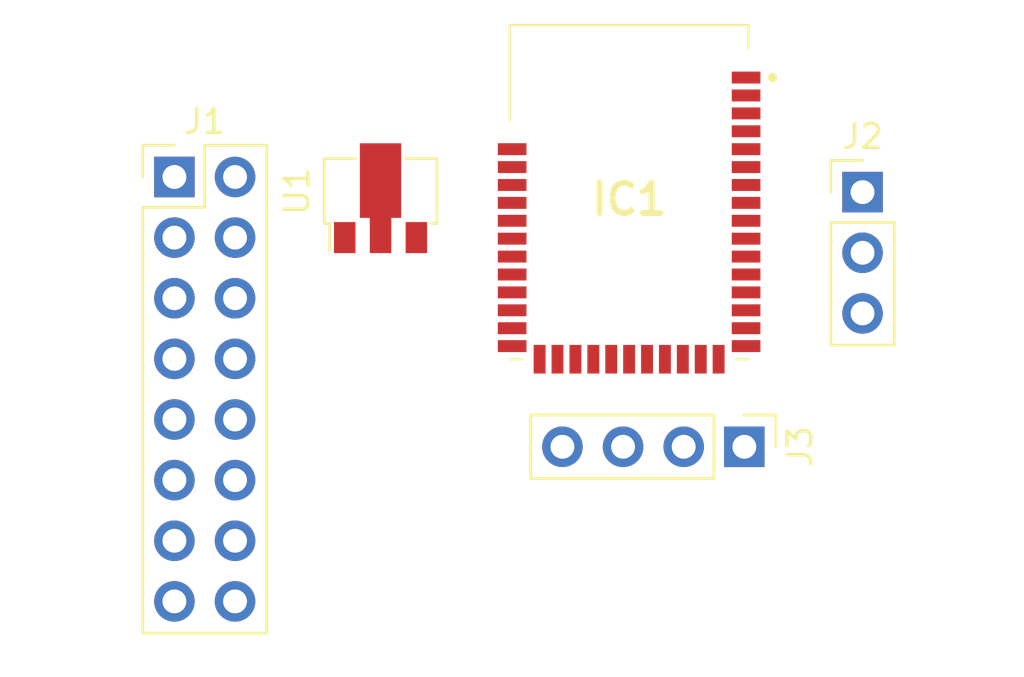
<source format=kicad_pcb>
(kicad_pcb (version 20171130) (host pcbnew "(5.1.10)-1")

  (general
    (thickness 1.6)
    (drawings 0)
    (tracks 0)
    (zones 0)
    (modules 5)
    (nets 42)
  )

  (page A4)
  (layers
    (0 F.Cu signal)
    (31 B.Cu signal)
    (32 B.Adhes user)
    (33 F.Adhes user)
    (34 B.Paste user)
    (35 F.Paste user)
    (36 B.SilkS user)
    (37 F.SilkS user)
    (38 B.Mask user)
    (39 F.Mask user)
    (40 Dwgs.User user)
    (41 Cmts.User user)
    (42 Eco1.User user)
    (43 Eco2.User user)
    (44 Edge.Cuts user)
    (45 Margin user)
    (46 B.CrtYd user)
    (47 F.CrtYd user)
    (48 B.Fab user)
    (49 F.Fab user)
  )

  (setup
    (last_trace_width 0.25)
    (trace_clearance 0.2)
    (zone_clearance 0.508)
    (zone_45_only no)
    (trace_min 0.2)
    (via_size 0.8)
    (via_drill 0.4)
    (via_min_size 0.4)
    (via_min_drill 0.3)
    (uvia_size 0.3)
    (uvia_drill 0.1)
    (uvias_allowed no)
    (uvia_min_size 0.2)
    (uvia_min_drill 0.1)
    (edge_width 0.05)
    (segment_width 0.2)
    (pcb_text_width 0.3)
    (pcb_text_size 1.5 1.5)
    (mod_edge_width 0.12)
    (mod_text_size 1 1)
    (mod_text_width 0.15)
    (pad_size 1.524 1.524)
    (pad_drill 0.762)
    (pad_to_mask_clearance 0)
    (aux_axis_origin 0 0)
    (visible_elements FFFFFF7F)
    (pcbplotparams
      (layerselection 0x010fc_ffffffff)
      (usegerberextensions false)
      (usegerberattributes true)
      (usegerberadvancedattributes true)
      (creategerberjobfile true)
      (excludeedgelayer true)
      (linewidth 0.100000)
      (plotframeref false)
      (viasonmask false)
      (mode 1)
      (useauxorigin false)
      (hpglpennumber 1)
      (hpglpenspeed 20)
      (hpglpendiameter 15.000000)
      (psnegative false)
      (psa4output false)
      (plotreference true)
      (plotvalue true)
      (plotinvisibletext false)
      (padsonsilk false)
      (subtractmaskfromsilk false)
      (outputformat 1)
      (mirror false)
      (drillshape 1)
      (scaleselection 1)
      (outputdirectory ""))
  )

  (net 0 "")
  (net 1 "Net-(IC1-Pad35)")
  (net 2 "Net-(IC1-Pad34)")
  (net 3 "Net-(IC1-Pad33)")
  (net 4 "Net-(IC1-Pad32)")
  (net 5 "Net-(IC1-Pad31)")
  (net 6 "Net-(IC1-Pad30)")
  (net 7 "Net-(IC1-Pad29)")
  (net 8 "Net-(IC1-Pad28)")
  (net 9 "Net-(IC1-Pad25)")
  (net 10 "Net-(IC1-Pad24)")
  (net 11 "Net-(IC1-Pad23)")
  (net 12 "Net-(IC1-Pad22)")
  (net 13 "Net-(IC1-Pad21)")
  (net 14 "Net-(IC1-Pad20)")
  (net 15 "Net-(IC1-Pad19)")
  (net 16 "Net-(IC1-Pad18)")
  (net 17 "Net-(IC1-Pad17)")
  (net 18 "Net-(IC1-Pad15)")
  (net 19 "Net-(IC1-Pad14)")
  (net 20 "Net-(IC1-Pad13)")
  (net 21 "Net-(IC1-Pad12)")
  (net 22 "Net-(IC1-Pad11)")
  (net 23 "Net-(IC1-Pad10)")
  (net 24 "Net-(IC1-Pad9)")
  (net 25 "Net-(IC1-Pad8)")
  (net 26 "Net-(IC1-Pad7)")
  (net 27 "Net-(IC1-Pad6)")
  (net 28 "Net-(IC1-Pad5)")
  (net 29 "Net-(IC1-Pad4)")
  (net 30 GND)
  (net 31 SCLK)
  (net 32 SDA)
  (net 33 SCL)
  (net 34 "Net-(C1-Pad1)")
  (net 35 MOSI)
  (net 36 MISO)
  (net 37 +5V)
  (net 38 +12V)
  (net 39 AUX_2)
  (net 40 CS)
  (net 41 AUX_1)

  (net_class Default "This is the default net class."
    (clearance 0.2)
    (trace_width 0.25)
    (via_dia 0.8)
    (via_drill 0.4)
    (uvia_dia 0.3)
    (uvia_drill 0.1)
    (add_net +12V)
    (add_net +5V)
    (add_net AUX_1)
    (add_net AUX_2)
    (add_net CS)
    (add_net GND)
    (add_net MISO)
    (add_net MOSI)
    (add_net "Net-(C1-Pad1)")
    (add_net "Net-(IC1-Pad10)")
    (add_net "Net-(IC1-Pad11)")
    (add_net "Net-(IC1-Pad12)")
    (add_net "Net-(IC1-Pad13)")
    (add_net "Net-(IC1-Pad14)")
    (add_net "Net-(IC1-Pad15)")
    (add_net "Net-(IC1-Pad17)")
    (add_net "Net-(IC1-Pad18)")
    (add_net "Net-(IC1-Pad19)")
    (add_net "Net-(IC1-Pad20)")
    (add_net "Net-(IC1-Pad21)")
    (add_net "Net-(IC1-Pad22)")
    (add_net "Net-(IC1-Pad23)")
    (add_net "Net-(IC1-Pad24)")
    (add_net "Net-(IC1-Pad25)")
    (add_net "Net-(IC1-Pad28)")
    (add_net "Net-(IC1-Pad29)")
    (add_net "Net-(IC1-Pad30)")
    (add_net "Net-(IC1-Pad31)")
    (add_net "Net-(IC1-Pad32)")
    (add_net "Net-(IC1-Pad33)")
    (add_net "Net-(IC1-Pad34)")
    (add_net "Net-(IC1-Pad35)")
    (add_net "Net-(IC1-Pad4)")
    (add_net "Net-(IC1-Pad5)")
    (add_net "Net-(IC1-Pad6)")
    (add_net "Net-(IC1-Pad7)")
    (add_net "Net-(IC1-Pad8)")
    (add_net "Net-(IC1-Pad9)")
    (add_net SCL)
    (add_net SCLK)
    (add_net SDA)
  )

  (module Connector_PinHeader_2.54mm:PinHeader_1x04_P2.54mm_Vertical (layer F.Cu) (tedit 59FED5CC) (tstamp 6150E47E)
    (at 160.909 80.772 270)
    (descr "Through hole straight pin header, 1x04, 2.54mm pitch, single row")
    (tags "Through hole pin header THT 1x04 2.54mm single row")
    (path /61521B68)
    (fp_text reference J3 (at 0 -2.33 90) (layer F.SilkS)
      (effects (font (size 1 1) (thickness 0.15)))
    )
    (fp_text value Conn_01x04_Male (at 0 9.95 90) (layer F.Fab)
      (effects (font (size 1 1) (thickness 0.15)))
    )
    (fp_text user %R (at 0 3.81) (layer F.Fab)
      (effects (font (size 1 1) (thickness 0.15)))
    )
    (fp_line (start -0.635 -1.27) (end 1.27 -1.27) (layer F.Fab) (width 0.1))
    (fp_line (start 1.27 -1.27) (end 1.27 8.89) (layer F.Fab) (width 0.1))
    (fp_line (start 1.27 8.89) (end -1.27 8.89) (layer F.Fab) (width 0.1))
    (fp_line (start -1.27 8.89) (end -1.27 -0.635) (layer F.Fab) (width 0.1))
    (fp_line (start -1.27 -0.635) (end -0.635 -1.27) (layer F.Fab) (width 0.1))
    (fp_line (start -1.33 8.95) (end 1.33 8.95) (layer F.SilkS) (width 0.12))
    (fp_line (start -1.33 1.27) (end -1.33 8.95) (layer F.SilkS) (width 0.12))
    (fp_line (start 1.33 1.27) (end 1.33 8.95) (layer F.SilkS) (width 0.12))
    (fp_line (start -1.33 1.27) (end 1.33 1.27) (layer F.SilkS) (width 0.12))
    (fp_line (start -1.33 0) (end -1.33 -1.33) (layer F.SilkS) (width 0.12))
    (fp_line (start -1.33 -1.33) (end 0 -1.33) (layer F.SilkS) (width 0.12))
    (fp_line (start -1.8 -1.8) (end -1.8 9.4) (layer F.CrtYd) (width 0.05))
    (fp_line (start -1.8 9.4) (end 1.8 9.4) (layer F.CrtYd) (width 0.05))
    (fp_line (start 1.8 9.4) (end 1.8 -1.8) (layer F.CrtYd) (width 0.05))
    (fp_line (start 1.8 -1.8) (end -1.8 -1.8) (layer F.CrtYd) (width 0.05))
    (pad 4 thru_hole oval (at 0 7.62 270) (size 1.7 1.7) (drill 1) (layers *.Cu *.Mask)
      (net 14 "Net-(IC1-Pad20)"))
    (pad 3 thru_hole oval (at 0 5.08 270) (size 1.7 1.7) (drill 1) (layers *.Cu *.Mask)
      (net 15 "Net-(IC1-Pad19)"))
    (pad 2 thru_hole oval (at 0 2.54 270) (size 1.7 1.7) (drill 1) (layers *.Cu *.Mask)
      (net 16 "Net-(IC1-Pad18)"))
    (pad 1 thru_hole rect (at 0 0 270) (size 1.7 1.7) (drill 1) (layers *.Cu *.Mask)
      (net 17 "Net-(IC1-Pad17)"))
    (model ${KISYS3DMOD}/Connector_PinHeader_2.54mm.3dshapes/PinHeader_1x04_P2.54mm_Vertical.wrl
      (at (xyz 0 0 0))
      (scale (xyz 1 1 1))
      (rotate (xyz 0 0 0))
    )
  )

  (module Connector_PinHeader_2.54mm:PinHeader_1x03_P2.54mm_Vertical (layer F.Cu) (tedit 59FED5CC) (tstamp 6150E466)
    (at 165.862 70.104)
    (descr "Through hole straight pin header, 1x03, 2.54mm pitch, single row")
    (tags "Through hole pin header THT 1x03 2.54mm single row")
    (path /6151C72C)
    (fp_text reference J2 (at 0 -2.33) (layer F.SilkS)
      (effects (font (size 1 1) (thickness 0.15)))
    )
    (fp_text value Conn_01x03_Male (at 0 7.41) (layer F.Fab)
      (effects (font (size 1 1) (thickness 0.15)))
    )
    (fp_text user %R (at 0 2.54 90) (layer F.Fab)
      (effects (font (size 1 1) (thickness 0.15)))
    )
    (fp_line (start -0.635 -1.27) (end 1.27 -1.27) (layer F.Fab) (width 0.1))
    (fp_line (start 1.27 -1.27) (end 1.27 6.35) (layer F.Fab) (width 0.1))
    (fp_line (start 1.27 6.35) (end -1.27 6.35) (layer F.Fab) (width 0.1))
    (fp_line (start -1.27 6.35) (end -1.27 -0.635) (layer F.Fab) (width 0.1))
    (fp_line (start -1.27 -0.635) (end -0.635 -1.27) (layer F.Fab) (width 0.1))
    (fp_line (start -1.33 6.41) (end 1.33 6.41) (layer F.SilkS) (width 0.12))
    (fp_line (start -1.33 1.27) (end -1.33 6.41) (layer F.SilkS) (width 0.12))
    (fp_line (start 1.33 1.27) (end 1.33 6.41) (layer F.SilkS) (width 0.12))
    (fp_line (start -1.33 1.27) (end 1.33 1.27) (layer F.SilkS) (width 0.12))
    (fp_line (start -1.33 0) (end -1.33 -1.33) (layer F.SilkS) (width 0.12))
    (fp_line (start -1.33 -1.33) (end 0 -1.33) (layer F.SilkS) (width 0.12))
    (fp_line (start -1.8 -1.8) (end -1.8 6.85) (layer F.CrtYd) (width 0.05))
    (fp_line (start -1.8 6.85) (end 1.8 6.85) (layer F.CrtYd) (width 0.05))
    (fp_line (start 1.8 6.85) (end 1.8 -1.8) (layer F.CrtYd) (width 0.05))
    (fp_line (start 1.8 -1.8) (end -1.8 -1.8) (layer F.CrtYd) (width 0.05))
    (pad 3 thru_hole oval (at 0 5.08) (size 1.7 1.7) (drill 1) (layers *.Cu *.Mask)
      (net 26 "Net-(IC1-Pad7)"))
    (pad 2 thru_hole oval (at 0 2.54) (size 1.7 1.7) (drill 1) (layers *.Cu *.Mask)
      (net 27 "Net-(IC1-Pad6)"))
    (pad 1 thru_hole rect (at 0 0) (size 1.7 1.7) (drill 1) (layers *.Cu *.Mask)
      (net 28 "Net-(IC1-Pad5)"))
    (model ${KISYS3DMOD}/Connector_PinHeader_2.54mm.3dshapes/PinHeader_1x03_P2.54mm_Vertical.wrl
      (at (xyz 0 0 0))
      (scale (xyz 1 1 1))
      (rotate (xyz 0 0 0))
    )
  )

  (module ProjectSymbols:45300005 (layer F.Cu) (tedit 0) (tstamp 6150E077)
    (at 156.083 70.104)
    (descr 453-00005-1)
    (tags "Integrated Circuit")
    (path /6150806D)
    (attr smd)
    (fp_text reference IC1 (at 0 0.3) (layer F.SilkS)
      (effects (font (size 1.27 1.27) (thickness 0.254)))
    )
    (fp_text value 453-00005 (at 0 0.3) (layer F.SilkS) hide
      (effects (font (size 1.27 1.27) (thickness 0.254)))
    )
    (fp_arc (start 6 -4.8) (end 6.1 -4.8) (angle -180) (layer F.SilkS) (width 0.2))
    (fp_arc (start 6 -4.8) (end 5.9 -4.8) (angle -180) (layer F.SilkS) (width 0.2))
    (fp_text user %R (at 0 0.3) (layer F.Fab)
      (effects (font (size 1.27 1.27) (thickness 0.254)))
    )
    (fp_line (start 5 7) (end -5 7) (layer F.Fab) (width 0.2))
    (fp_line (start -5 7) (end -5 -7) (layer F.Fab) (width 0.2))
    (fp_line (start -5 -7) (end 5 -7) (layer F.Fab) (width 0.2))
    (fp_line (start 5 -7) (end 5 7) (layer F.Fab) (width 0.2))
    (fp_line (start -6.5 -8) (end 6.5 -8) (layer F.CrtYd) (width 0.1))
    (fp_line (start 6.5 -8) (end 6.5 8.6) (layer F.CrtYd) (width 0.1))
    (fp_line (start 6.5 8.6) (end -6.5 8.6) (layer F.CrtYd) (width 0.1))
    (fp_line (start -6.5 8.6) (end -6.5 -8) (layer F.CrtYd) (width 0.1))
    (fp_line (start -5 -3) (end -5 -7) (layer F.SilkS) (width 0.1))
    (fp_line (start -5 -7) (end 5 -7) (layer F.SilkS) (width 0.1))
    (fp_line (start 5 -7) (end 5 -6) (layer F.SilkS) (width 0.1))
    (fp_line (start -4.5 7) (end -5 7) (layer F.SilkS) (width 0.1))
    (fp_line (start 4.5 7) (end 5 7) (layer F.SilkS) (width 0.1))
    (fp_line (start 5.9 -4.8) (end 5.9 -4.8) (layer F.SilkS) (width 0.2))
    (fp_line (start 6.1 -4.8) (end 6.1 -4.8) (layer F.SilkS) (width 0.2))
    (pad 39 smd rect (at -4.9 -1.8 90) (size 0.5 1.2) (layers F.Cu F.Paste F.Mask)
      (net 30 GND))
    (pad 38 smd rect (at -4.9 -1.05 90) (size 0.5 1.2) (layers F.Cu F.Paste F.Mask)
      (net 31 SCLK))
    (pad 37 smd rect (at -4.9 -0.3 90) (size 0.5 1.2) (layers F.Cu F.Paste F.Mask)
      (net 32 SDA))
    (pad 36 smd rect (at -4.9 0.45 90) (size 0.5 1.2) (layers F.Cu F.Paste F.Mask)
      (net 33 SCL))
    (pad 35 smd rect (at -4.9 1.2 90) (size 0.5 1.2) (layers F.Cu F.Paste F.Mask)
      (net 1 "Net-(IC1-Pad35)"))
    (pad 34 smd rect (at -4.9 1.95 90) (size 0.5 1.2) (layers F.Cu F.Paste F.Mask)
      (net 2 "Net-(IC1-Pad34)"))
    (pad 33 smd rect (at -4.9 2.7 90) (size 0.5 1.2) (layers F.Cu F.Paste F.Mask)
      (net 3 "Net-(IC1-Pad33)"))
    (pad 32 smd rect (at -4.9 3.45 90) (size 0.5 1.2) (layers F.Cu F.Paste F.Mask)
      (net 4 "Net-(IC1-Pad32)"))
    (pad 31 smd rect (at -4.9 4.2 90) (size 0.5 1.2) (layers F.Cu F.Paste F.Mask)
      (net 5 "Net-(IC1-Pad31)"))
    (pad 30 smd rect (at -4.9 4.95 90) (size 0.5 1.2) (layers F.Cu F.Paste F.Mask)
      (net 6 "Net-(IC1-Pad30)"))
    (pad 29 smd rect (at -4.9 5.7 90) (size 0.5 1.2) (layers F.Cu F.Paste F.Mask)
      (net 7 "Net-(IC1-Pad29)"))
    (pad 28 smd rect (at -4.9 6.45 90) (size 0.5 1.2) (layers F.Cu F.Paste F.Mask)
      (net 8 "Net-(IC1-Pad28)"))
    (pad 27 smd rect (at -3.75 7) (size 0.5 1.2) (layers F.Cu F.Paste F.Mask)
      (net 30 GND))
    (pad 26 smd rect (at -3 7) (size 0.5 1.2) (layers F.Cu F.Paste F.Mask)
      (net 34 "Net-(C1-Pad1)"))
    (pad 25 smd rect (at -2.25 7) (size 0.5 1.2) (layers F.Cu F.Paste F.Mask)
      (net 9 "Net-(IC1-Pad25)"))
    (pad 24 smd rect (at -1.5 7) (size 0.5 1.2) (layers F.Cu F.Paste F.Mask)
      (net 10 "Net-(IC1-Pad24)"))
    (pad 23 smd rect (at -0.75 7) (size 0.5 1.2) (layers F.Cu F.Paste F.Mask)
      (net 11 "Net-(IC1-Pad23)"))
    (pad 22 smd rect (at 0 7) (size 0.5 1.2) (layers F.Cu F.Paste F.Mask)
      (net 12 "Net-(IC1-Pad22)"))
    (pad 21 smd rect (at 0.75 7) (size 0.5 1.2) (layers F.Cu F.Paste F.Mask)
      (net 13 "Net-(IC1-Pad21)"))
    (pad 20 smd rect (at 1.5 7) (size 0.5 1.2) (layers F.Cu F.Paste F.Mask)
      (net 14 "Net-(IC1-Pad20)"))
    (pad 19 smd rect (at 2.25 7) (size 0.5 1.2) (layers F.Cu F.Paste F.Mask)
      (net 15 "Net-(IC1-Pad19)"))
    (pad 18 smd rect (at 3 7) (size 0.5 1.2) (layers F.Cu F.Paste F.Mask)
      (net 16 "Net-(IC1-Pad18)"))
    (pad 17 smd rect (at 3.75 7) (size 0.5 1.2) (layers F.Cu F.Paste F.Mask)
      (net 17 "Net-(IC1-Pad17)"))
    (pad 16 smd rect (at 4.9 6.45 90) (size 0.5 1.2) (layers F.Cu F.Paste F.Mask)
      (net 30 GND))
    (pad 15 smd rect (at 4.9 5.7 90) (size 0.5 1.2) (layers F.Cu F.Paste F.Mask)
      (net 18 "Net-(IC1-Pad15)"))
    (pad 14 smd rect (at 4.9 4.95 90) (size 0.5 1.2) (layers F.Cu F.Paste F.Mask)
      (net 19 "Net-(IC1-Pad14)"))
    (pad 13 smd rect (at 4.9 4.2 90) (size 0.5 1.2) (layers F.Cu F.Paste F.Mask)
      (net 20 "Net-(IC1-Pad13)"))
    (pad 12 smd rect (at 4.9 3.45 90) (size 0.5 1.2) (layers F.Cu F.Paste F.Mask)
      (net 21 "Net-(IC1-Pad12)"))
    (pad 11 smd rect (at 4.9 2.7 90) (size 0.5 1.2) (layers F.Cu F.Paste F.Mask)
      (net 22 "Net-(IC1-Pad11)"))
    (pad 10 smd rect (at 4.9 1.95 90) (size 0.5 1.2) (layers F.Cu F.Paste F.Mask)
      (net 23 "Net-(IC1-Pad10)"))
    (pad 9 smd rect (at 4.9 1.2 90) (size 0.5 1.2) (layers F.Cu F.Paste F.Mask)
      (net 24 "Net-(IC1-Pad9)"))
    (pad 8 smd rect (at 4.9 0.45 90) (size 0.5 1.2) (layers F.Cu F.Paste F.Mask)
      (net 25 "Net-(IC1-Pad8)"))
    (pad 7 smd rect (at 4.9 -0.3 90) (size 0.5 1.2) (layers F.Cu F.Paste F.Mask)
      (net 26 "Net-(IC1-Pad7)"))
    (pad 6 smd rect (at 4.9 -1.05 90) (size 0.5 1.2) (layers F.Cu F.Paste F.Mask)
      (net 27 "Net-(IC1-Pad6)"))
    (pad 5 smd rect (at 4.9 -1.8 90) (size 0.5 1.2) (layers F.Cu F.Paste F.Mask)
      (net 28 "Net-(IC1-Pad5)"))
    (pad 4 smd rect (at 4.9 -2.55 90) (size 0.5 1.2) (layers F.Cu F.Paste F.Mask)
      (net 29 "Net-(IC1-Pad4)"))
    (pad 3 smd rect (at 4.9 -3.3 90) (size 0.5 1.2) (layers F.Cu F.Paste F.Mask)
      (net 35 MOSI))
    (pad 2 smd rect (at 4.9 -4.05 90) (size 0.5 1.2) (layers F.Cu F.Paste F.Mask)
      (net 36 MISO))
    (pad 1 smd rect (at 4.9 -4.8 90) (size 0.5 1.2) (layers F.Cu F.Paste F.Mask)
      (net 30 GND))
    (model 453-00005.stp
      (at (xyz 0 0 0))
      (scale (xyz 1 1 1))
      (rotate (xyz 0 0 0))
    )
  )

  (module Package_TO_SOT_SMD:SOT-89-3 (layer F.Cu) (tedit 5C33D6E8) (tstamp 6150E8AA)
    (at 145.669 70.358 90)
    (descr "SOT-89-3, http://ww1.microchip.com/downloads/en/DeviceDoc/3L_SOT-89_MB_C04-029C.pdf")
    (tags SOT-89-3)
    (path /615166AC)
    (attr smd)
    (fp_text reference U1 (at 0.3 -3.5 90) (layer F.SilkS)
      (effects (font (size 1 1) (thickness 0.15)))
    )
    (fp_text value AP2127R-3.3 (at 0.3 3.5 90) (layer F.Fab)
      (effects (font (size 1 1) (thickness 0.15)))
    )
    (fp_text user %R (at 0.5 0) (layer F.Fab)
      (effects (font (size 1 1) (thickness 0.15)))
    )
    (fp_line (start 1.66 1.05) (end 1.66 2.36) (layer F.SilkS) (width 0.12))
    (fp_line (start 1.66 2.36) (end -1.06 2.36) (layer F.SilkS) (width 0.12))
    (fp_line (start -2.2 -2.13) (end -1.06 -2.13) (layer F.SilkS) (width 0.12))
    (fp_line (start 1.66 -2.36) (end 1.66 -1.05) (layer F.SilkS) (width 0.12))
    (fp_line (start -0.95 -1.25) (end 0.05 -2.25) (layer F.Fab) (width 0.1))
    (fp_line (start 1.55 -2.25) (end 1.55 2.25) (layer F.Fab) (width 0.1))
    (fp_line (start 1.55 2.25) (end -0.95 2.25) (layer F.Fab) (width 0.1))
    (fp_line (start -0.95 2.25) (end -0.95 -1.25) (layer F.Fab) (width 0.1))
    (fp_line (start 0.05 -2.25) (end 1.55 -2.25) (layer F.Fab) (width 0.1))
    (fp_line (start 2.55 -2.5) (end 2.55 2.5) (layer F.CrtYd) (width 0.05))
    (fp_line (start 2.55 -2.5) (end -2.55 -2.5) (layer F.CrtYd) (width 0.05))
    (fp_line (start -2.55 2.5) (end 2.55 2.5) (layer F.CrtYd) (width 0.05))
    (fp_line (start -2.55 2.5) (end -2.55 -2.5) (layer F.CrtYd) (width 0.05))
    (fp_line (start -1.06 -2.36) (end 1.66 -2.36) (layer F.SilkS) (width 0.12))
    (fp_line (start -1.06 -2.36) (end -1.06 -2.13) (layer F.SilkS) (width 0.12))
    (fp_line (start -1.06 2.36) (end -1.06 2.13) (layer F.SilkS) (width 0.12))
    (pad 2 smd custom (at -1.5625 0 90) (size 1.475 0.9) (layers F.Cu F.Paste F.Mask)
      (net 38 +12V) (zone_connect 2)
      (options (clearance outline) (anchor rect))
      (primitives
        (gr_poly (pts
           (xy 0.7375 -0.8665) (xy 3.8625 -0.8665) (xy 3.8625 0.8665) (xy 0.7375 0.8665)) (width 0))
      ))
    (pad 3 smd rect (at -1.65 1.5 90) (size 1.3 0.9) (layers F.Cu F.Paste F.Mask)
      (net 34 "Net-(C1-Pad1)"))
    (pad 1 smd rect (at -1.65 -1.5 90) (size 1.3 0.9) (layers F.Cu F.Paste F.Mask)
      (net 30 GND))
    (model ${KISYS3DMOD}/Package_TO_SOT_SMD.3dshapes/SOT-89-3.wrl
      (at (xyz 0 0 0))
      (scale (xyz 1 1 1))
      (rotate (xyz 0 0 0))
    )
  )

  (module Connector_PinHeader_2.54mm:PinHeader_2x08_P2.54mm_Vertical (layer F.Cu) (tedit 59FED5CC) (tstamp 6150E215)
    (at 137.033 69.469)
    (descr "Through hole straight pin header, 2x08, 2.54mm pitch, double rows")
    (tags "Through hole pin header THT 2x08 2.54mm double row")
    (path /615090EB)
    (fp_text reference J1 (at 1.27 -2.33) (layer F.SilkS)
      (effects (font (size 1 1) (thickness 0.15)))
    )
    (fp_text value Conn_02x08_Odd_Even (at 1.27 20.11) (layer F.Fab)
      (effects (font (size 1 1) (thickness 0.15)))
    )
    (fp_text user %R (at 1.27 8.89 90) (layer F.Fab)
      (effects (font (size 1 1) (thickness 0.15)))
    )
    (fp_line (start 0 -1.27) (end 3.81 -1.27) (layer F.Fab) (width 0.1))
    (fp_line (start 3.81 -1.27) (end 3.81 19.05) (layer F.Fab) (width 0.1))
    (fp_line (start 3.81 19.05) (end -1.27 19.05) (layer F.Fab) (width 0.1))
    (fp_line (start -1.27 19.05) (end -1.27 0) (layer F.Fab) (width 0.1))
    (fp_line (start -1.27 0) (end 0 -1.27) (layer F.Fab) (width 0.1))
    (fp_line (start -1.33 19.11) (end 3.87 19.11) (layer F.SilkS) (width 0.12))
    (fp_line (start -1.33 1.27) (end -1.33 19.11) (layer F.SilkS) (width 0.12))
    (fp_line (start 3.87 -1.33) (end 3.87 19.11) (layer F.SilkS) (width 0.12))
    (fp_line (start -1.33 1.27) (end 1.27 1.27) (layer F.SilkS) (width 0.12))
    (fp_line (start 1.27 1.27) (end 1.27 -1.33) (layer F.SilkS) (width 0.12))
    (fp_line (start 1.27 -1.33) (end 3.87 -1.33) (layer F.SilkS) (width 0.12))
    (fp_line (start -1.33 0) (end -1.33 -1.33) (layer F.SilkS) (width 0.12))
    (fp_line (start -1.33 -1.33) (end 0 -1.33) (layer F.SilkS) (width 0.12))
    (fp_line (start -1.8 -1.8) (end -1.8 19.55) (layer F.CrtYd) (width 0.05))
    (fp_line (start -1.8 19.55) (end 4.35 19.55) (layer F.CrtYd) (width 0.05))
    (fp_line (start 4.35 19.55) (end 4.35 -1.8) (layer F.CrtYd) (width 0.05))
    (fp_line (start 4.35 -1.8) (end -1.8 -1.8) (layer F.CrtYd) (width 0.05))
    (pad 16 thru_hole oval (at 2.54 17.78) (size 1.7 1.7) (drill 1) (layers *.Cu *.Mask)
      (net 30 GND))
    (pad 15 thru_hole oval (at 0 17.78) (size 1.7 1.7) (drill 1) (layers *.Cu *.Mask)
      (net 37 +5V))
    (pad 14 thru_hole oval (at 2.54 15.24) (size 1.7 1.7) (drill 1) (layers *.Cu *.Mask)
      (net 38 +12V))
    (pad 13 thru_hole oval (at 0 15.24) (size 1.7 1.7) (drill 1) (layers *.Cu *.Mask)
      (net 39 AUX_2))
    (pad 12 thru_hole oval (at 2.54 12.7) (size 1.7 1.7) (drill 1) (layers *.Cu *.Mask)
      (net 31 SCLK))
    (pad 11 thru_hole oval (at 0 12.7) (size 1.7 1.7) (drill 1) (layers *.Cu *.Mask)
      (net 30 GND))
    (pad 10 thru_hole oval (at 2.54 10.16) (size 1.7 1.7) (drill 1) (layers *.Cu *.Mask)
      (net 36 MISO))
    (pad 9 thru_hole oval (at 0 10.16) (size 1.7 1.7) (drill 1) (layers *.Cu *.Mask)
      (net 37 +5V))
    (pad 8 thru_hole oval (at 2.54 7.62) (size 1.7 1.7) (drill 1) (layers *.Cu *.Mask)
      (net 40 CS))
    (pad 7 thru_hole oval (at 0 7.62) (size 1.7 1.7) (drill 1) (layers *.Cu *.Mask)
      (net 33 SCL))
    (pad 6 thru_hole oval (at 2.54 5.08) (size 1.7 1.7) (drill 1) (layers *.Cu *.Mask)
      (net 35 MOSI))
    (pad 5 thru_hole oval (at 0 5.08) (size 1.7 1.7) (drill 1) (layers *.Cu *.Mask)
      (net 32 SDA))
    (pad 4 thru_hole oval (at 2.54 2.54) (size 1.7 1.7) (drill 1) (layers *.Cu *.Mask)
      (net 30 GND))
    (pad 3 thru_hole oval (at 0 2.54) (size 1.7 1.7) (drill 1) (layers *.Cu *.Mask)
      (net 41 AUX_1))
    (pad 2 thru_hole oval (at 2.54 0) (size 1.7 1.7) (drill 1) (layers *.Cu *.Mask)
      (net 38 +12V))
    (pad 1 thru_hole rect (at 0 0) (size 1.7 1.7) (drill 1) (layers *.Cu *.Mask)
      (net 30 GND))
    (model ${KISYS3DMOD}/Connector_PinHeader_2.54mm.3dshapes/PinHeader_2x08_P2.54mm_Vertical.wrl
      (at (xyz 0 0 0))
      (scale (xyz 1 1 1))
      (rotate (xyz 0 0 0))
    )
  )

)

</source>
